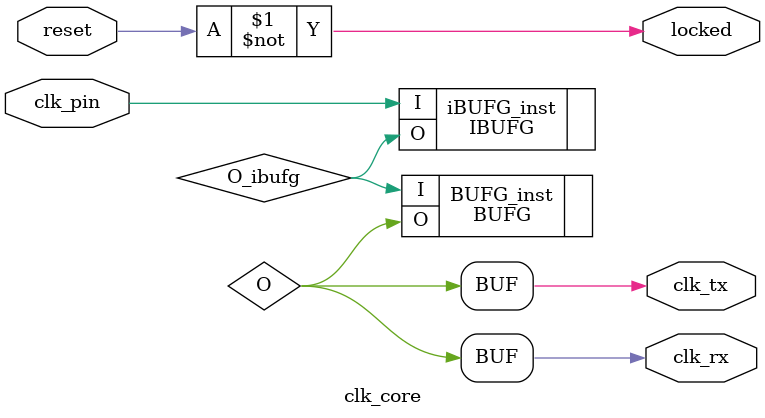
<source format=v>

module clk_core(clk_pin, clk_rx, clk_tx, reset, locked);
  input clk_pin;
  //input clk_pin_n;
  output clk_rx;
  output clk_tx;
  input reset;
  output locked;
//GBS - temp replace with the following bypass logic
wire O, I, O_ibufg;

    IBUFG iBUFG_inst (
      .O(O_ibufg), // 1-bit output: Clock output.
      .I(clk_pin)  // 1-bit input: Clock input.
   );
   
   BUFG BUFG_inst (
      .O(O), // 1-bit output: Clock output.
      .I(O_ibufg)  // 1-bit input: Clock input.
   );
   
assign clk_rx = O;
assign clk_tx = O;
assign locked = ~reset;

endmodule

</source>
